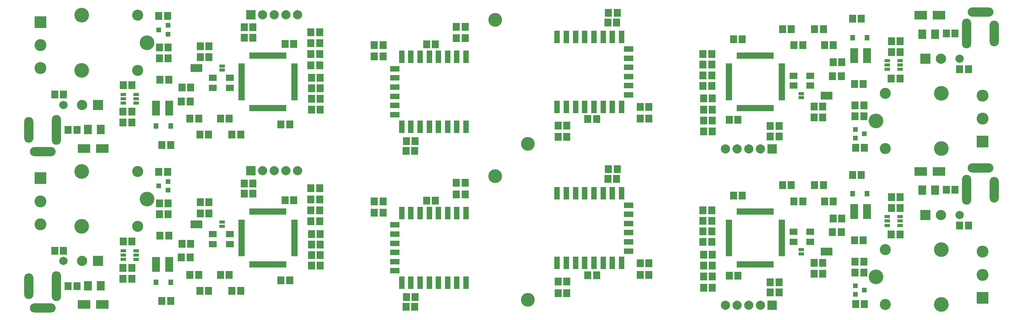
<source format=gts>
G04*
G04 #@! TF.GenerationSoftware,Altium Limited,Altium Designer,23.3.1 (30)*
G04*
G04 Layer_Color=8388736*
%FSLAX25Y25*%
%MOIN*%
G70*
G04*
G04 #@! TF.SameCoordinates,1807A7FA-BBD2-43EF-8C31-EE1E2BFEB24F*
G04*
G04*
G04 #@! TF.FilePolarity,Negative*
G04*
G01*
G75*
%ADD60C,0.11811*%
%ADD61R,0.05918X0.06706*%
%ADD62R,0.04737X0.10642*%
%ADD63R,0.07887X0.04737*%
%ADD64R,0.06115X0.06706*%
%ADD65R,0.07099X0.05721*%
%ADD66R,0.05131X0.03162*%
%ADD67R,0.10249X0.06706*%
%ADD68R,0.06902X0.12611*%
%ADD69R,0.05524X0.01981*%
%ADD70R,0.01981X0.05524*%
%ADD71R,0.04343X0.04540*%
%ADD72R,0.07099X0.07887*%
%ADD73R,0.04343X0.03950*%
%ADD74R,0.10642X0.07493*%
%ADD75C,0.08800*%
%ADD76R,0.08800X0.08800*%
%ADD77R,0.07887X0.07887*%
%ADD78C,0.07887*%
%ADD79C,0.12611*%
%ADD80C,0.09461*%
%ADD81C,0.09461*%
%ADD82C,0.10249*%
%ADD83R,0.10249X0.10249*%
%ADD84O,0.07887X0.25603*%
%ADD85O,0.07887X0.22060*%
%ADD86O,0.22060X0.07887*%
%ADD87C,0.07200*%
D60*
X435433Y13780D02*
D03*
Y147638D02*
D03*
X407480Y120079D02*
D03*
Y253937D02*
D03*
D61*
X670965Y98425D02*
D03*
X663484D02*
D03*
X468701Y19685D02*
D03*
X461221D02*
D03*
X539075Y45276D02*
D03*
X531595D02*
D03*
X539075Y35433D02*
D03*
X531595D02*
D03*
X696457Y71850D02*
D03*
X703937D02*
D03*
X696949Y83662D02*
D03*
X704429D02*
D03*
X585532Y63484D02*
D03*
X593012D02*
D03*
X713681Y121063D02*
D03*
X721162D02*
D03*
X812992Y77756D02*
D03*
X805512D02*
D03*
X619095Y103347D02*
D03*
X611614D02*
D03*
X688189Y36417D02*
D03*
X680709D02*
D03*
X688189Y45768D02*
D03*
X680709D02*
D03*
X643110Y29035D02*
D03*
X650591D02*
D03*
X661122Y112205D02*
D03*
X653642D02*
D03*
X715354Y64961D02*
D03*
X722835D02*
D03*
X681201Y112205D02*
D03*
X688681D02*
D03*
X754331Y69882D02*
D03*
X746850D02*
D03*
X801378Y108268D02*
D03*
X793898D02*
D03*
X643110Y20177D02*
D03*
X650591D02*
D03*
X723819Y10335D02*
D03*
X716339D02*
D03*
X586024Y24360D02*
D03*
X593504D02*
D03*
X593012Y72534D02*
D03*
X585532D02*
D03*
X593012Y90633D02*
D03*
X585532D02*
D03*
X593012Y81583D02*
D03*
X585532D02*
D03*
X670965Y232283D02*
D03*
X663484D02*
D03*
X468701Y153543D02*
D03*
X461221D02*
D03*
X539075Y179134D02*
D03*
X531595D02*
D03*
X539075Y169291D02*
D03*
X531595D02*
D03*
X696457Y205709D02*
D03*
X703937D02*
D03*
X696949Y217520D02*
D03*
X704429D02*
D03*
X585532Y197343D02*
D03*
X593012D02*
D03*
X713681Y254921D02*
D03*
X721162D02*
D03*
X812992Y211614D02*
D03*
X805512D02*
D03*
X619095Y237205D02*
D03*
X611614D02*
D03*
X688189Y170276D02*
D03*
X680709D02*
D03*
X688189Y179626D02*
D03*
X680709D02*
D03*
X643110Y162894D02*
D03*
X650591D02*
D03*
X661122Y246063D02*
D03*
X653642D02*
D03*
X715354Y198819D02*
D03*
X722835D02*
D03*
X681201Y246063D02*
D03*
X688681D02*
D03*
X754331Y203740D02*
D03*
X746850D02*
D03*
X801378Y242126D02*
D03*
X793898D02*
D03*
X643110Y154035D02*
D03*
X650591D02*
D03*
X723819Y144193D02*
D03*
X716339D02*
D03*
X586024Y158219D02*
D03*
X593504D02*
D03*
X593012Y206392D02*
D03*
X585532D02*
D03*
X593012Y224491D02*
D03*
X585532D02*
D03*
X593012Y215442D02*
D03*
X585532D02*
D03*
X171949Y35433D02*
D03*
X179429D02*
D03*
X374213Y114173D02*
D03*
X381693D02*
D03*
X303839Y88583D02*
D03*
X311319D02*
D03*
X303839Y98425D02*
D03*
X311319D02*
D03*
X146457Y62008D02*
D03*
X138977D02*
D03*
X145965Y50197D02*
D03*
X138484D02*
D03*
X257382Y70374D02*
D03*
X249902D02*
D03*
X129232Y12795D02*
D03*
X121752D02*
D03*
X29921Y56102D02*
D03*
X37402D02*
D03*
X223819Y30512D02*
D03*
X231299D02*
D03*
X154724Y97441D02*
D03*
X162205D02*
D03*
X154724Y88090D02*
D03*
X162205D02*
D03*
X199803Y104823D02*
D03*
X192323D02*
D03*
X181791Y21654D02*
D03*
X189272D02*
D03*
X127559Y68898D02*
D03*
X120079D02*
D03*
X161713Y21654D02*
D03*
X154232D02*
D03*
X88583Y63976D02*
D03*
X96063D02*
D03*
X41536Y25591D02*
D03*
X49016D02*
D03*
X199803Y113681D02*
D03*
X192323D02*
D03*
X119095Y123524D02*
D03*
X126575D02*
D03*
X256890Y109498D02*
D03*
X249409D02*
D03*
X249902Y61324D02*
D03*
X257382D02*
D03*
X249902Y43225D02*
D03*
X257382D02*
D03*
X249902Y52275D02*
D03*
X257382D02*
D03*
X171949Y169291D02*
D03*
X179429D02*
D03*
X374213Y248031D02*
D03*
X381693D02*
D03*
X303839Y222441D02*
D03*
X311319D02*
D03*
X303839Y232283D02*
D03*
X311319D02*
D03*
X146457Y195866D02*
D03*
X138977D02*
D03*
X145965Y184055D02*
D03*
X138484D02*
D03*
X257382Y204232D02*
D03*
X249902D02*
D03*
X129232Y146653D02*
D03*
X121752D02*
D03*
X29921Y189961D02*
D03*
X37402D02*
D03*
X223819Y164370D02*
D03*
X231299D02*
D03*
X154724Y231299D02*
D03*
X162205D02*
D03*
X154724Y221949D02*
D03*
X162205D02*
D03*
X199803Y238681D02*
D03*
X192323D02*
D03*
X181791Y155512D02*
D03*
X189272D02*
D03*
X127559Y202756D02*
D03*
X120079D02*
D03*
X161713Y155512D02*
D03*
X154232D02*
D03*
X88583Y197835D02*
D03*
X96063D02*
D03*
X41536Y159449D02*
D03*
X49016D02*
D03*
X199803Y247539D02*
D03*
X192323D02*
D03*
X119095Y257382D02*
D03*
X126575D02*
D03*
X256890Y243356D02*
D03*
X249409D02*
D03*
X249902Y195183D02*
D03*
X257382D02*
D03*
X249902Y177083D02*
D03*
X257382D02*
D03*
X249902Y186133D02*
D03*
X257382D02*
D03*
D62*
X468406Y45472D02*
D03*
X476280D02*
D03*
X484154D02*
D03*
X492028D02*
D03*
X499902D02*
D03*
X507776D02*
D03*
X515650D02*
D03*
Y105315D02*
D03*
X507776D02*
D03*
X499902D02*
D03*
X492028D02*
D03*
X484154D02*
D03*
X476280D02*
D03*
X468406D02*
D03*
X460532D02*
D03*
Y45472D02*
D03*
X468406Y179331D02*
D03*
X476280D02*
D03*
X484154D02*
D03*
X492028D02*
D03*
X499902D02*
D03*
X507776D02*
D03*
X515650D02*
D03*
Y239173D02*
D03*
X507776D02*
D03*
X499902D02*
D03*
X492028D02*
D03*
X484154D02*
D03*
X476280D02*
D03*
X468406D02*
D03*
X460532D02*
D03*
Y179331D02*
D03*
X374508Y88386D02*
D03*
X366634D02*
D03*
X358760D02*
D03*
X350886D02*
D03*
X343012D02*
D03*
X335138D02*
D03*
X327264D02*
D03*
Y28543D02*
D03*
X335138D02*
D03*
X343012D02*
D03*
X350886D02*
D03*
X358760D02*
D03*
X366634D02*
D03*
X374508D02*
D03*
X382382D02*
D03*
Y88386D02*
D03*
X374508Y222244D02*
D03*
X366634D02*
D03*
X358760D02*
D03*
X350886D02*
D03*
X343012D02*
D03*
X335138D02*
D03*
X327264D02*
D03*
Y162402D02*
D03*
X335138D02*
D03*
X343012D02*
D03*
X350886D02*
D03*
X358760D02*
D03*
X366634D02*
D03*
X374508D02*
D03*
X382382D02*
D03*
Y222244D02*
D03*
D63*
X521555Y95079D02*
D03*
D03*
Y87205D02*
D03*
Y79331D02*
D03*
Y71457D02*
D03*
Y63583D02*
D03*
Y55709D02*
D03*
Y228937D02*
D03*
D03*
Y221063D02*
D03*
Y213189D02*
D03*
Y205315D02*
D03*
Y197441D02*
D03*
Y189567D02*
D03*
X321358Y38780D02*
D03*
D03*
Y46654D02*
D03*
Y54528D02*
D03*
Y62402D02*
D03*
Y70276D02*
D03*
Y78150D02*
D03*
Y172638D02*
D03*
D03*
Y180512D02*
D03*
Y188386D02*
D03*
Y196260D02*
D03*
Y204134D02*
D03*
Y212008D02*
D03*
D64*
X461221Y29528D02*
D03*
X468701D02*
D03*
X494291Y34941D02*
D03*
X486811D02*
D03*
X504035Y117618D02*
D03*
X511516D02*
D03*
X504528Y125984D02*
D03*
X512008D02*
D03*
X697047Y98425D02*
D03*
X689567D02*
D03*
X746949Y101870D02*
D03*
X754429D02*
D03*
Y92520D02*
D03*
X746949D02*
D03*
X608071Y34449D02*
D03*
X615551D02*
D03*
X715847Y37402D02*
D03*
X723327D02*
D03*
X715846Y46752D02*
D03*
X723327D02*
D03*
X593405Y33793D02*
D03*
X585925D02*
D03*
Y52658D02*
D03*
X593405D02*
D03*
X585925Y43225D02*
D03*
X593405D02*
D03*
X461221Y163386D02*
D03*
X468701D02*
D03*
X494291Y168799D02*
D03*
X486811D02*
D03*
X504035Y251476D02*
D03*
X511516D02*
D03*
X504528Y259842D02*
D03*
X512008D02*
D03*
X697047Y232283D02*
D03*
X689567D02*
D03*
X746949Y235728D02*
D03*
X754429D02*
D03*
Y226378D02*
D03*
X746949D02*
D03*
X608071Y168307D02*
D03*
X615551D02*
D03*
X715847Y171260D02*
D03*
X723327D02*
D03*
X715846Y180610D02*
D03*
X723327D02*
D03*
X593405Y167651D02*
D03*
X585925D02*
D03*
Y186516D02*
D03*
X593405D02*
D03*
X585925Y177083D02*
D03*
X593405D02*
D03*
X381693Y104331D02*
D03*
X374213D02*
D03*
X348622Y98917D02*
D03*
X356102D02*
D03*
X338878Y16240D02*
D03*
X331398D02*
D03*
X338386Y7874D02*
D03*
X330905D02*
D03*
X145866Y35433D02*
D03*
X153346D02*
D03*
X95965Y31988D02*
D03*
X88484D02*
D03*
Y41339D02*
D03*
X95965D02*
D03*
X234843Y99409D02*
D03*
X227362D02*
D03*
X127067Y96457D02*
D03*
X119587D02*
D03*
X127067Y87106D02*
D03*
X119587D02*
D03*
X249508Y100066D02*
D03*
X256988D02*
D03*
Y81201D02*
D03*
X249508D02*
D03*
X256988Y90633D02*
D03*
X249508D02*
D03*
X381693Y238189D02*
D03*
X374213D02*
D03*
X348622Y232776D02*
D03*
X356102D02*
D03*
X338878Y150099D02*
D03*
X331398D02*
D03*
X338386Y141732D02*
D03*
X330905D02*
D03*
X145866Y169291D02*
D03*
X153346D02*
D03*
X95965Y165847D02*
D03*
X88484D02*
D03*
Y175197D02*
D03*
X95965D02*
D03*
X234843Y233268D02*
D03*
X227362D02*
D03*
X127067Y230315D02*
D03*
X119587D02*
D03*
X127067Y220965D02*
D03*
X119587D02*
D03*
X249508Y233924D02*
D03*
X256988D02*
D03*
Y215059D02*
D03*
X249508D02*
D03*
X256988Y224492D02*
D03*
X249508D02*
D03*
D65*
X677461Y72244D02*
D03*
X662894Y63583D02*
D03*
Y72244D02*
D03*
X677461Y63583D02*
D03*
Y206102D02*
D03*
X662894Y197441D02*
D03*
Y206102D02*
D03*
X677461Y197441D02*
D03*
X165453Y61614D02*
D03*
X180020Y70276D02*
D03*
Y61614D02*
D03*
X165453Y70276D02*
D03*
Y195472D02*
D03*
X180020Y204134D02*
D03*
Y195472D02*
D03*
X165453Y204134D02*
D03*
D66*
X669587Y53346D02*
D03*
Y56890D02*
D03*
X754331Y77756D02*
D03*
Y81496D02*
D03*
Y85236D02*
D03*
X743307D02*
D03*
Y81496D02*
D03*
Y77756D02*
D03*
X669587Y187205D02*
D03*
Y190748D02*
D03*
X754331Y211614D02*
D03*
Y215354D02*
D03*
Y219095D02*
D03*
X743307D02*
D03*
Y215354D02*
D03*
Y211614D02*
D03*
X173327Y80512D02*
D03*
Y76968D02*
D03*
X88583Y56102D02*
D03*
Y52362D02*
D03*
Y48622D02*
D03*
X99606D02*
D03*
Y52362D02*
D03*
Y56102D02*
D03*
X173327Y214370D02*
D03*
Y210827D02*
D03*
X88583Y189961D02*
D03*
Y186220D02*
D03*
Y182480D02*
D03*
X99606D02*
D03*
Y186220D02*
D03*
Y189961D02*
D03*
D67*
X691437Y55118D02*
D03*
Y188977D02*
D03*
X151476Y78740D02*
D03*
Y212598D02*
D03*
D68*
X726181Y89567D02*
D03*
X714961D02*
D03*
X726181Y223425D02*
D03*
X714961D02*
D03*
X116732Y44291D02*
D03*
X127953D02*
D03*
X116732Y178150D02*
D03*
X127953D02*
D03*
D69*
X652953Y52165D02*
D03*
Y54134D02*
D03*
Y56102D02*
D03*
Y58071D02*
D03*
Y60039D02*
D03*
Y62008D02*
D03*
Y63976D02*
D03*
Y65945D02*
D03*
Y67914D02*
D03*
Y69882D02*
D03*
Y71851D02*
D03*
Y73819D02*
D03*
Y75788D02*
D03*
Y77756D02*
D03*
Y79725D02*
D03*
Y81693D02*
D03*
X607677D02*
D03*
Y79725D02*
D03*
Y77756D02*
D03*
Y75788D02*
D03*
Y73819D02*
D03*
Y71851D02*
D03*
Y69882D02*
D03*
Y67914D02*
D03*
Y65945D02*
D03*
Y63976D02*
D03*
Y62008D02*
D03*
Y60039D02*
D03*
Y58071D02*
D03*
Y56102D02*
D03*
Y54134D02*
D03*
Y52165D02*
D03*
X652953Y186024D02*
D03*
Y187992D02*
D03*
Y189961D02*
D03*
Y191929D02*
D03*
Y193898D02*
D03*
Y195866D02*
D03*
Y197835D02*
D03*
Y199803D02*
D03*
Y201772D02*
D03*
Y203740D02*
D03*
Y205709D02*
D03*
Y207677D02*
D03*
Y209646D02*
D03*
Y211614D02*
D03*
Y213583D02*
D03*
Y215551D02*
D03*
X607677D02*
D03*
Y213583D02*
D03*
Y211614D02*
D03*
Y209646D02*
D03*
Y207677D02*
D03*
Y205709D02*
D03*
Y203740D02*
D03*
Y201772D02*
D03*
Y199803D02*
D03*
Y197835D02*
D03*
Y195866D02*
D03*
Y193898D02*
D03*
Y191929D02*
D03*
Y189961D02*
D03*
Y187992D02*
D03*
Y186024D02*
D03*
X189961Y81693D02*
D03*
Y79724D02*
D03*
Y77756D02*
D03*
Y75787D02*
D03*
Y73819D02*
D03*
Y71850D02*
D03*
Y69882D02*
D03*
Y67913D02*
D03*
Y65945D02*
D03*
Y63976D02*
D03*
Y62008D02*
D03*
Y60039D02*
D03*
Y58071D02*
D03*
Y56102D02*
D03*
Y54134D02*
D03*
Y52165D02*
D03*
X235236D02*
D03*
Y54134D02*
D03*
Y56102D02*
D03*
Y58071D02*
D03*
Y60039D02*
D03*
Y62008D02*
D03*
Y63976D02*
D03*
Y65945D02*
D03*
Y67913D02*
D03*
Y69882D02*
D03*
Y71850D02*
D03*
Y73819D02*
D03*
Y75787D02*
D03*
Y77756D02*
D03*
Y79724D02*
D03*
Y81693D02*
D03*
X189961Y215551D02*
D03*
Y213583D02*
D03*
Y211614D02*
D03*
Y209646D02*
D03*
Y207677D02*
D03*
Y205709D02*
D03*
Y203740D02*
D03*
Y201772D02*
D03*
Y199803D02*
D03*
Y197835D02*
D03*
Y195866D02*
D03*
Y193898D02*
D03*
Y191929D02*
D03*
Y189961D02*
D03*
Y187992D02*
D03*
Y186024D02*
D03*
X235236D02*
D03*
Y187992D02*
D03*
Y189961D02*
D03*
Y191929D02*
D03*
Y193898D02*
D03*
Y195866D02*
D03*
Y197835D02*
D03*
Y199803D02*
D03*
Y201772D02*
D03*
Y203740D02*
D03*
Y205709D02*
D03*
Y207677D02*
D03*
Y209646D02*
D03*
Y211614D02*
D03*
Y213583D02*
D03*
Y215551D02*
D03*
D70*
X645079Y89567D02*
D03*
X643110D02*
D03*
X641142D02*
D03*
X639173D02*
D03*
X637205D02*
D03*
X635236D02*
D03*
X633268D02*
D03*
X631299D02*
D03*
X629331D02*
D03*
X627362D02*
D03*
X625394D02*
D03*
X623425D02*
D03*
X621457D02*
D03*
X619488D02*
D03*
X617520D02*
D03*
X615551D02*
D03*
Y44291D02*
D03*
X617520D02*
D03*
X619488D02*
D03*
X621457D02*
D03*
X623425D02*
D03*
X625394D02*
D03*
X627362D02*
D03*
X629331D02*
D03*
X631299D02*
D03*
X633268D02*
D03*
X635236D02*
D03*
X637205D02*
D03*
X639173D02*
D03*
X641142D02*
D03*
X643110D02*
D03*
X645079D02*
D03*
Y223425D02*
D03*
X643110D02*
D03*
X641142D02*
D03*
X639173D02*
D03*
X637205D02*
D03*
X635236D02*
D03*
X633268D02*
D03*
X631299D02*
D03*
X629331D02*
D03*
X627362D02*
D03*
X625394D02*
D03*
X623425D02*
D03*
X621457D02*
D03*
X619488D02*
D03*
X617520D02*
D03*
X615551D02*
D03*
Y178150D02*
D03*
X617520D02*
D03*
X619488D02*
D03*
X621457D02*
D03*
X623425D02*
D03*
X625394D02*
D03*
X627362D02*
D03*
X629331D02*
D03*
X631299D02*
D03*
X633268D02*
D03*
X635236D02*
D03*
X637205D02*
D03*
X639173D02*
D03*
X641142D02*
D03*
X643110D02*
D03*
X645079D02*
D03*
X197835Y44291D02*
D03*
X199803D02*
D03*
X201772D02*
D03*
X203740D02*
D03*
X205709D02*
D03*
X207677D02*
D03*
X209646D02*
D03*
X211614D02*
D03*
X213583D02*
D03*
X215551D02*
D03*
X217520D02*
D03*
X219488D02*
D03*
X221457D02*
D03*
X223425D02*
D03*
X225394D02*
D03*
X227362D02*
D03*
Y89567D02*
D03*
X225394D02*
D03*
X223425D02*
D03*
X221457D02*
D03*
X219488D02*
D03*
X217520D02*
D03*
X215551D02*
D03*
X213583D02*
D03*
X211614D02*
D03*
X209646D02*
D03*
X207677D02*
D03*
X205709D02*
D03*
X203740D02*
D03*
X201772D02*
D03*
X199803D02*
D03*
X197835D02*
D03*
Y178150D02*
D03*
X199803D02*
D03*
X201772D02*
D03*
X203740D02*
D03*
X205709D02*
D03*
X207677D02*
D03*
X209646D02*
D03*
X211614D02*
D03*
X213583D02*
D03*
X215551D02*
D03*
X217520D02*
D03*
X219488D02*
D03*
X221457D02*
D03*
X223425D02*
D03*
X225394D02*
D03*
X227362D02*
D03*
Y223425D02*
D03*
X225394D02*
D03*
X223425D02*
D03*
X221457D02*
D03*
X219488D02*
D03*
X217520D02*
D03*
X215551D02*
D03*
X213583D02*
D03*
X211614D02*
D03*
X209646D02*
D03*
X207677D02*
D03*
X205709D02*
D03*
X203740D02*
D03*
X201772D02*
D03*
X199803D02*
D03*
X197835D02*
D03*
D71*
X713681Y104823D02*
D03*
X726083D02*
D03*
X713681Y238681D02*
D03*
X726083D02*
D03*
X129232Y29035D02*
D03*
X116831D02*
D03*
X129232Y162894D02*
D03*
X116831D02*
D03*
D72*
X773524Y107776D02*
D03*
X784547D02*
D03*
X773524Y241634D02*
D03*
X784547D02*
D03*
X69390Y26083D02*
D03*
X58366D02*
D03*
X69390Y159941D02*
D03*
X58366D02*
D03*
D73*
X715945Y18602D02*
D03*
X723819Y22343D02*
D03*
X715945Y26083D02*
D03*
Y152461D02*
D03*
X723819Y156201D02*
D03*
X715945Y159941D02*
D03*
X126969Y115256D02*
D03*
X119095Y111516D02*
D03*
X126969Y107776D02*
D03*
Y249114D02*
D03*
X119095Y245374D02*
D03*
X126969Y241634D02*
D03*
D74*
X787795Y124016D02*
D03*
X772047D02*
D03*
X787795Y257874D02*
D03*
X772047D02*
D03*
X55118Y9843D02*
D03*
X70866D02*
D03*
X55118Y143701D02*
D03*
X70866D02*
D03*
D75*
X789484Y86614D02*
D03*
Y220472D02*
D03*
X53429Y47244D02*
D03*
Y181102D02*
D03*
D76*
X775984Y86614D02*
D03*
Y220472D02*
D03*
X66929Y47244D02*
D03*
Y181102D02*
D03*
D77*
X644744Y9350D02*
D03*
Y143209D02*
D03*
X198169Y124508D02*
D03*
Y258366D02*
D03*
D78*
X604744Y9350D02*
D03*
X614744D02*
D03*
X624744D02*
D03*
X634744D02*
D03*
X604744Y143209D02*
D03*
X614744D02*
D03*
X624744D02*
D03*
X634744D02*
D03*
X238169Y124508D02*
D03*
X228169D02*
D03*
X218169D02*
D03*
X208169D02*
D03*
X238169Y258366D02*
D03*
X228169D02*
D03*
X218169D02*
D03*
X208169D02*
D03*
D79*
X733858Y33465D02*
D03*
X789764Y9843D02*
D03*
Y57087D02*
D03*
X733858Y167323D02*
D03*
X789764Y143701D02*
D03*
Y190945D02*
D03*
X109055Y100393D02*
D03*
X53150Y124016D02*
D03*
Y76771D02*
D03*
X109055Y234252D02*
D03*
X53150Y257874D02*
D03*
Y210630D02*
D03*
D80*
X741732Y9843D02*
D03*
Y143701D02*
D03*
X101181Y124016D02*
D03*
Y257874D02*
D03*
D81*
X741732Y57087D02*
D03*
Y190945D02*
D03*
X101181Y76771D02*
D03*
Y210630D02*
D03*
D82*
X825197Y55118D02*
D03*
Y35433D02*
D03*
Y188977D02*
D03*
Y169291D02*
D03*
X17717Y78740D02*
D03*
Y98425D02*
D03*
Y212598D02*
D03*
Y232283D02*
D03*
D83*
X825197Y15748D02*
D03*
Y149606D02*
D03*
X17717Y118110D02*
D03*
Y251969D02*
D03*
D84*
X811417Y108268D02*
D03*
Y242126D02*
D03*
X31496Y25591D02*
D03*
Y159449D02*
D03*
D85*
X835039Y108268D02*
D03*
Y242126D02*
D03*
X7874Y25591D02*
D03*
Y159449D02*
D03*
D86*
X823228Y126772D02*
D03*
Y260630D02*
D03*
X19685Y7086D02*
D03*
Y140945D02*
D03*
D87*
X805512Y86614D02*
D03*
Y220472D02*
D03*
X37402Y47244D02*
D03*
Y181102D02*
D03*
M02*

</source>
